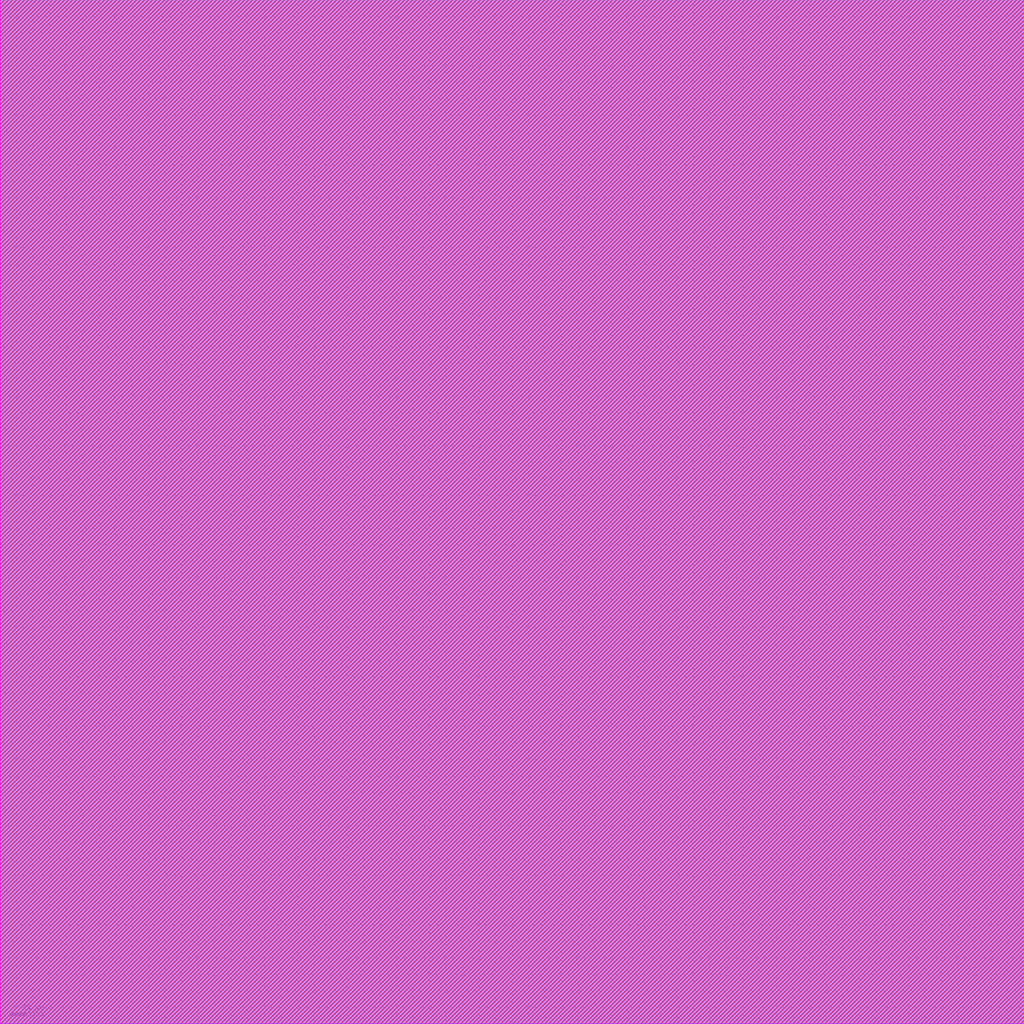
<source format=lef>
# Copyright 2023 ETH Zurich and University of Bologna.
# Solderpad Hardware License, Version 0.51, see LICENSE for details.
# SPDX-License-Identifier: SHL-0.51
#
# Dummy LEF for the sg13g2_pad library

# Size information extracted from the die shot of Iguana:
# https://wiki.f-si.org/images/7/75/Iguana_fsic23_v4.pdf

VERSION 5.8 ;

SITE  IOSite
    CLASS PAD ;
    SYMMETRY R90 ;
    SIZE 1.00 BY 310.00 ;
END  IOSite

MACRO sg13g2_pad_corner
  CLASS PAD ;
  ORIGIN 0 0 ;
  FOREIGN sg13g2_pad_corner 0 0 ;
  SIZE 310 BY 310 ;
  SYMMETRY X Y R90 ;
  SITE IOSite ;
  OBS
    LAYER Metal1 ;
      RECT 0 0 310 310 ;
    LAYER Metal2 ;
      RECT 0 0 310 310 ;
    LAYER Metal3 ;
      RECT 0 0 310 310 ;
    LAYER Metal4 ;
      RECT 0 0 310 310 ;
    LAYER Metal5 ;
      RECT 0 0 310 310 ;
    LAYER TopMetal1 ;
      RECT 0 0 310 310 ;
    LAYER TopMetal2 ;
      RECT 0 0 310 310 ;
  END
END sg13g2_pad_corner

MACRO sg13g2_pad_fill_1
  CLASS PAD SPACER ;
  ORIGIN 0 0 ;
  FOREIGN sg13g2_pad_fill_1 0 0 ;
  SIZE 1 BY 310 ;
  SYMMETRY X Y R90 ;
  SITE IOSite ;
  OBS
    LAYER Metal1 ;
      RECT 0 0 1 310 ;
    LAYER Metal2 ;
      RECT 0 0 1 310 ;
    LAYER Metal3 ;
      RECT 0 0 1 310 ;
    LAYER Metal4 ;
      RECT 0 0 1 310 ;
    LAYER Metal5 ;
      RECT 0 0 1 310 ;
    LAYER TopMetal1 ;
      RECT 0 0 1 310 ;
    LAYER TopMetal2 ;
      RECT 0 0 1 310 ;
  END
END sg13g2_pad_fill_1

MACRO sg13g2_pad_fill_10
  CLASS PAD SPACER ;
  ORIGIN 0 0 ;
  FOREIGN sg13g2_pad_fill_10 0 0 ;
  SIZE 10 BY 310 ;
  SYMMETRY X Y R90 ;
  SITE IOSite ;
  OBS
    LAYER Metal1 ;
      RECT 0 0 10 310 ;
    LAYER Metal2 ;
      RECT 0 0 10 310 ;
    LAYER Metal3 ;
      RECT 0 0 10 310 ;
    LAYER Metal4 ;
      RECT 0 0 10 310 ;
    LAYER Metal5 ;
      RECT 0 0 10 310 ;
    LAYER TopMetal1 ;
      RECT 0 0 10 310 ;
    LAYER TopMetal2 ;
      RECT 0 0 10 310 ;
  END
END sg13g2_pad_fill_10

MACRO sg13g2_pad_fill_80
  CLASS PAD SPACER ;
  ORIGIN 0 0 ;
  FOREIGN sg13g2_pad_fill_80 0 0 ;
  SIZE 80 BY 310 ;
  SYMMETRY X Y R90 ;
  SITE IOSite ;
  OBS
    LAYER Metal1 ;
      RECT 0 0 80 310 ;
    LAYER Metal2 ;
      RECT 0 0 80 310 ;
    LAYER Metal3 ;
      RECT 0 0 80 310 ;
    LAYER Metal4 ;
      RECT 0 0 80 310 ;
    LAYER Metal5 ;
      RECT 0 0 80 310 ;
    LAYER TopMetal1 ;
      RECT 0 0 80 310 ;
    LAYER TopMetal2 ;
      RECT 0 0 80 310 ;
  END
END sg13g2_pad_fill_80

MACRO sg13g2_pad_gndco
  CLASS PAD ;
  ORIGIN 0 0 ;
  FOREIGN sg13g2_pad_gndco 0 0 ;
  SIZE 60 BY 310 ;
  SYMMETRY X Y R90 ;
  SITE IOSite ;
  OBS
    LAYER Metal1 ;
      RECT 0 0 60 310 ;
    LAYER Metal2 ;
      RECT 0 0 60 310 ;
    LAYER Metal3 ;
      RECT 0 0 60 310 ;
    LAYER Metal4 ;
      RECT 0 0 60 310 ;
    LAYER Metal5 ;
      RECT 0 0 60 310 ;
    LAYER TopMetal1 ;
      RECT 0 0 60 310 ;
    LAYER TopMetal2 ;
      RECT 0 0 60 310 ;
  END
END sg13g2_pad_gndco

MACRO sg13g2_pad_vddco
  CLASS PAD ;
  ORIGIN 0 0 ;
  FOREIGN sg13g2_pad_vddco
 0 0 ;
  SIZE 60 BY 310 ;
  SYMMETRY X Y R90 ;
  SITE IOSite ;
  OBS
    LAYER Metal1 ;
      RECT 0 0 60 310 ;
    LAYER Metal2 ;
      RECT 0 0 60 310 ;
    LAYER Metal3 ;
      RECT 0 0 60 310 ;
    LAYER Metal4 ;
      RECT 0 0 60 310 ;
    LAYER Metal5 ;
      RECT 0 0 60 310 ;
    LAYER TopMetal1 ;
      RECT 0 0 60 310 ;
    LAYER TopMetal2 ;
      RECT 0 0 60 310 ;
  END
END sg13g2_pad_vddco

MACRO sg13g2_pad_gndio
  CLASS PAD ;
  ORIGIN 0 0 ;
  FOREIGN sg13g2_pad_gndio 0 0 ;
  SIZE 60 BY 310 ;
  SYMMETRY X Y R90 ;
  SITE IOSite ;
  OBS
    LAYER Metal1 ;
      RECT 0 0 60 310 ;
    LAYER Metal2 ;
      RECT 0 0 60 310 ;
    LAYER Metal3 ;
      RECT 0 0 60 310 ;
    LAYER Metal4 ;
      RECT 0 0 60 310 ;
    LAYER Metal5 ;
      RECT 0 0 60 310 ;
    LAYER TopMetal1 ;
      RECT 0 0 60 310 ;
    LAYER TopMetal2 ;
      RECT 0 0 60 310 ;
  END
END sg13g2_pad_gndio

MACRO sg13g2_pad_vddio
  CLASS PAD ;
  ORIGIN 0 0 ;
  FOREIGN sg13g2_pad_vddio 0 0 ;
  SIZE 60 BY 310 ;
  SYMMETRY X Y R90 ;
  SITE IOSite ;
  OBS
    LAYER Metal1 ;
      RECT 0 0 60 310 ;
    LAYER Metal2 ;
      RECT 0 0 60 310 ;
    LAYER Metal3 ;
      RECT 0 0 60 310 ;
    LAYER Metal4 ;
      RECT 0 0 60 310 ;
    LAYER Metal5 ;
      RECT 0 0 60 310 ;
    LAYER TopMetal1 ;
      RECT 0 0 60 310 ;
    LAYER TopMetal2 ;
      RECT 0 0 60 310 ;
  END
END sg13g2_pad_vddio

MACRO sg13g2_pad_in
  CLASS PAD ;
  ORIGIN 0 0 ;
  FOREIGN sg13g2_pad_in 0 0 ;
  SIZE 60 BY 310 ;
  SYMMETRY X Y R90 ;
  SITE IOSite ;
  PIN d_o
    DIRECTION OUTPUT ;
    USE SIGNAL ;
    PORT
      LAYER Metal3 ;
        RECT 10 309 15 310 ;
    END
  END d_o
  PIN pad_io
    DIRECTION INOUT ;
    USE SIGNAL ;
    PORT
      LAYER TopMetal2 ;
        RECT 2 2 58 73 ;
    END
  END pad_io
  OBS
    LAYER Metal1 ;
      RECT 0 0 60 310 ;
    LAYER Metal2 ;
      RECT 0 0 60 310 ;
    LAYER Metal3 ;
      RECT 0 0 60 310 ;
    LAYER Metal4 ;
      RECT 0 0 60 310 ;
    LAYER Metal5 ;
      RECT 0 0 60 310 ;
    LAYER TopMetal1 ;
      RECT 0 0 60 310 ;
    LAYER TopMetal2 ;
      RECT 0 0 60 310 ;
  END
END sg13g2_pad_in

MACRO sg13g2_pad_io
  CLASS PAD ;
  ORIGIN 0 0 ;
  FOREIGN sg13g2_pad_in 0 0 ;
  SIZE 60 BY 310 ;
  SYMMETRY X Y R90 ;
  SITE IOSite ;
  PIN d_i
    DIRECTION INPUT ;
    USE SIGNAL ;
    PORT
      LAYER Metal3 ;
        RECT 45 309 50 310 ;
    END
  END d_i
  PIN oe_i
    DIRECTION INPUT ;
    USE SIGNAL ;
    PORT
      LAYER Metal3 ;
        RECT 25 309 30 310 ;
    END
  END oe_i
  PIN d_o
    DIRECTION OUTPUT ;
    USE SIGNAL ;
    PORT
      LAYER Metal3 ;
        RECT 10 309 15 310 ;
    END
  END d_o
  PIN pad_io
    DIRECTION INOUT ;
    USE SIGNAL ;
    PORT
      LAYER TopMetal2 ;
        RECT 2 2 58 73 ;
    END
  END pad_io
  OBS
    LAYER Metal1 ;
      RECT 0 0 60 310 ;
    LAYER Metal2 ;
      RECT 0 0 60 310 ;
    LAYER Metal3 ;
      RECT 0 0 60 310 ;
    LAYER Metal4 ;
      RECT 0 0 60 310 ;
    LAYER Metal5 ;
      RECT 0 0 60 310 ;
    LAYER TopMetal1 ;
      RECT 0 0 60 310 ;
    LAYER TopMetal2 ;
      RECT 0 0 60 310 ;
  END
END sg13g2_pad_io

MACRO sg13g2_pad_io_pu
  CLASS PAD ;
  ORIGIN 0 0 ;
  FOREIGN sg13g2_pad_in_pu 0 0 ;
  SIZE 60 BY 310 ;
  SYMMETRY X Y R90 ;
  SITE IOSite ;
  PIN d_i
    DIRECTION INPUT ;
    USE SIGNAL ;
    PORT
      LAYER Metal3 ;
        RECT 45 309 50 310 ;
    END
  END d_i
  PIN oe_i
    DIRECTION INPUT ;
    USE SIGNAL ;
    PORT
      LAYER Metal3 ;
        RECT 25 309 30 310 ;
    END
  END oe_i
  PIN d_o
    DIRECTION OUTPUT ;
    USE SIGNAL ;
    PORT
      LAYER Metal3 ;
        RECT 10 309 15 310 ;
    END
  END d_o
  PIN pad_io
    DIRECTION INOUT ;
    USE SIGNAL ;
    PORT
      LAYER TopMetal2 ;
        RECT 2 2 58 73 ;
    END
  END pad_io
  OBS
    LAYER Metal1 ;
      RECT 0 0 60 310 ;
    LAYER Metal2 ;
      RECT 0 0 60 310 ;
    LAYER Metal3 ;
      RECT 0 0 60 310 ;
    LAYER Metal4 ;
      RECT 0 0 60 310 ;
    LAYER Metal5 ;
      RECT 0 0 60 310 ;
    LAYER TopMetal1 ;
      RECT 0 0 60 310 ;
    LAYER TopMetal2 ;
      RECT 0 0 60 310 ;
  END
END sg13g2_pad_io_pu

MACRO sg13g2_pad_io_pd
  CLASS PAD ;
  ORIGIN 0 0 ;
  FOREIGN sg13g2_pad_in_pd 0 0 ;
  SIZE 60 BY 310 ;
  SYMMETRY X Y R90 ;
  SITE IOSite ;
  PIN d_i
    DIRECTION INPUT ;
    USE SIGNAL ;
    PORT
      LAYER Metal3 ;
        RECT 45 309 50 310 ;
    END
  END d_i
  PIN oe_i
    DIRECTION INPUT ;
    USE SIGNAL ;
    PORT
      LAYER Metal3 ;
        RECT 25 309 30 310 ;
    END
  END oe_i
  PIN d_o
    DIRECTION OUTPUT ;
    USE SIGNAL ;
    PORT
      LAYER Metal3 ;
        RECT 10 309 15 310 ;
    END
  END d_o
  PIN pad_io
    DIRECTION INOUT ;
    USE SIGNAL ;
    PORT
      LAYER TopMetal2 ;
        RECT 2 2 58 73 ;
    END
  END pad_io
  OBS
    LAYER Metal1 ;
      RECT 0 0 60 310 ;
    LAYER Metal2 ;
      RECT 0 0 60 310 ;
    LAYER Metal3 ;
      RECT 0 0 60 310 ;
    LAYER Metal4 ;
      RECT 0 0 60 310 ;
    LAYER Metal5 ;
      RECT 0 0 60 310 ;
    LAYER TopMetal1 ;
      RECT 0 0 60 310 ;
    LAYER TopMetal2 ;
      RECT 0 0 60 310 ;
  END
END sg13g2_pad_io_pd

</source>
